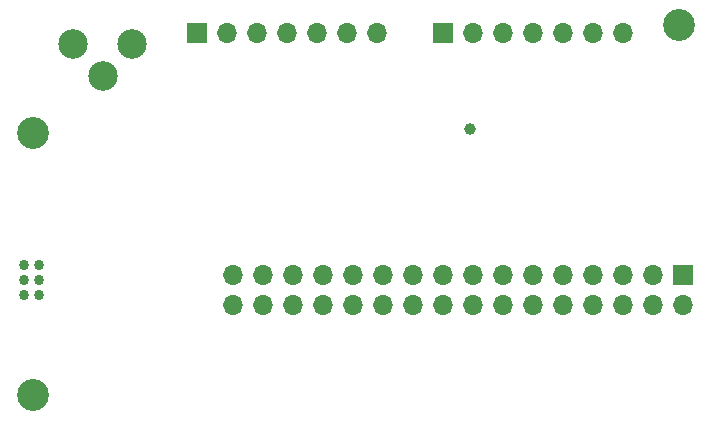
<source format=gbs>
G04 #@! TF.GenerationSoftware,KiCad,Pcbnew,(6.0.2)*
G04 #@! TF.CreationDate,2022-06-23T21:17:51+02:00*
G04 #@! TF.ProjectId,EightChannel,45696768-7443-4686-916e-6e656c2e6b69,rev?*
G04 #@! TF.SameCoordinates,Original*
G04 #@! TF.FileFunction,Soldermask,Bot*
G04 #@! TF.FilePolarity,Negative*
%FSLAX46Y46*%
G04 Gerber Fmt 4.6, Leading zero omitted, Abs format (unit mm)*
G04 Created by KiCad (PCBNEW (6.0.2)) date 2022-06-23 21:17:51*
%MOMM*%
%LPD*%
G01*
G04 APERTURE LIST*
%ADD10C,0.863600*%
%ADD11C,2.500000*%
%ADD12R,1.700000X1.700000*%
%ADD13O,1.700000X1.700000*%
%ADD14C,2.700000*%
%ADD15C,1.000000*%
G04 APERTURE END LIST*
D10*
X112834995Y-66510004D03*
X114104995Y-66510004D03*
X112834995Y-67780004D03*
X114104995Y-67780004D03*
X112834995Y-69050004D03*
X114104995Y-69050004D03*
D11*
X122020000Y-47730000D03*
X117020000Y-47730000D03*
X119520000Y-50430000D03*
D12*
X148320000Y-46830000D03*
D13*
X150860000Y-46830000D03*
X153400000Y-46830000D03*
X155940000Y-46830000D03*
X158480000Y-46830000D03*
X161020000Y-46830000D03*
X163560000Y-46830000D03*
D12*
X127520000Y-46830000D03*
D13*
X130060000Y-46830000D03*
X132600000Y-46830000D03*
X135140000Y-46830000D03*
X137680000Y-46830000D03*
X140220000Y-46830000D03*
X142760000Y-46830000D03*
D12*
X168670000Y-67280000D03*
D13*
X168670000Y-69820000D03*
X166130000Y-67280000D03*
X166130000Y-69820000D03*
X163590000Y-67280000D03*
X163590000Y-69820000D03*
X161050000Y-67280000D03*
X161050000Y-69820000D03*
X158510000Y-67280000D03*
X158510000Y-69820000D03*
X155970000Y-67280000D03*
X155970000Y-69820000D03*
X153430000Y-67280000D03*
X153430000Y-69820000D03*
X150890000Y-67280000D03*
X150890000Y-69820000D03*
X148350000Y-67280000D03*
X148350000Y-69820000D03*
X145810000Y-67280000D03*
X145810000Y-69820000D03*
X143270000Y-67280000D03*
X143270000Y-69820000D03*
X140730000Y-67280000D03*
X140730000Y-69820000D03*
X138190000Y-67280000D03*
X138190000Y-69820000D03*
X135650000Y-67280000D03*
X135650000Y-69820000D03*
X133110000Y-67280000D03*
X133110000Y-69820000D03*
X130570000Y-67280000D03*
X130570000Y-69820000D03*
D14*
X113620000Y-55280000D03*
X113670000Y-77480000D03*
D15*
X150670000Y-54980000D03*
D14*
X168320000Y-46180000D03*
M02*

</source>
